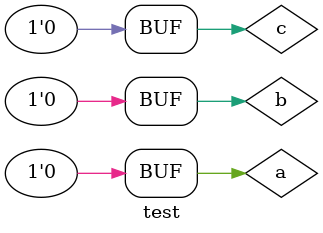
<source format=v>
module humairSBE(lhs,rhs,a,b,c);
input a,b,c;
output lhs,rhs;
wire abc,an,bn,abnc;
and (abc,a,b,c);
not (bn,b);
and (abnc,a,bn,c);
not (an,a);
or (lhs,an,abc,abnc);
or (rhs,an,c);
endmodule

module test;
reg a,b,c;
wire lhs,rhs;
humairSBE x(lhs,rhs,a,b,c);
initial
begin
a=1'b 0; b=1'b 0; c=1'b 0;#10
a=1'b 0; b=1'b 0; c=1'b 1;#10
a=1'b 0; b=1'b 1; c=1'b 0;#10
a=1'b 0; b=1'b 1; c=1'b 1;#10
a=1'b 1; b=1'b 0; c=1'b 0;#10
a=1'b 1; b=1'b 0; c=1'b 1;#10
a=1'b 1; b=1'b 1; c=1'b 0;#10
a=1'b 1; b=1'b 1; c=1'b 1;#10
a=1'b 0; b=1'b 0; c=1'b 0;
end
endmodule

</source>
